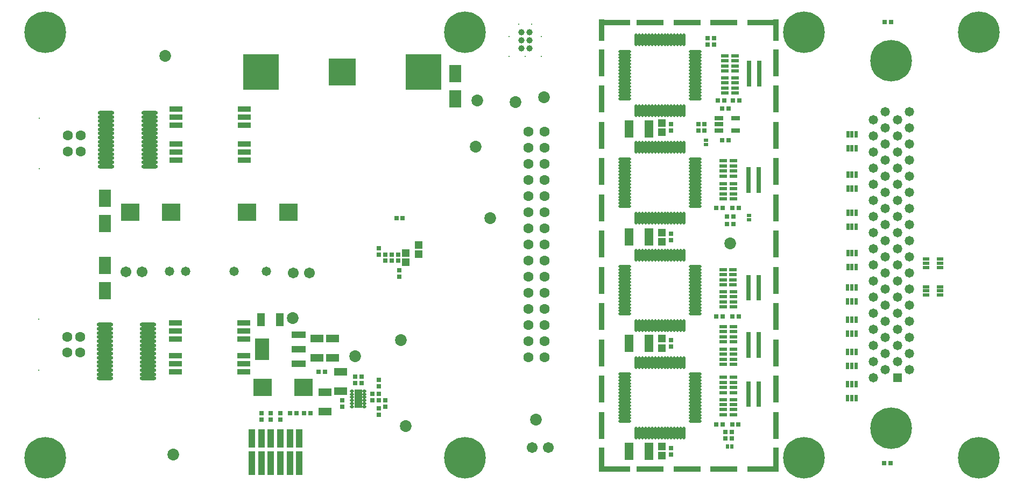
<source format=gbs>
G04 Layer_Color=16711935*
%FSLAX25Y25*%
%MOIN*%
G70*
G01*
G75*
%ADD90R,0.07493X0.10642*%
%ADD91R,0.02768X0.03162*%
%ADD92R,0.03162X0.02768*%
%ADD94R,0.04737X0.07887*%
%ADD95R,0.04540X0.04540*%
%ADD104R,0.04343X0.02375*%
%ADD109C,0.03900*%
%ADD110C,0.25800*%
%ADD111C,0.00800*%
%ADD112C,0.06312*%
%ADD113C,0.06706*%
%ADD114C,0.06300*%
%ADD115C,0.05800*%
%ADD116C,0.07300*%
%ADD117R,0.05800X0.05800*%
%ADD118R,0.00800X0.00800*%
%ADD119R,0.22453X0.22453*%
%ADD120R,0.16548X0.16548*%
%ADD121R,0.03162X0.02375*%
%ADD122R,0.02375X0.03162*%
%ADD123R,0.11706X0.10839*%
%ADD124R,0.08320X0.03792*%
%ADD125O,0.10249X0.02572*%
%ADD126R,0.02375X0.04343*%
%ADD127O,0.01981X0.07887*%
%ADD128O,0.07887X0.01981*%
%ADD129R,0.07887X0.04737*%
%ADD130R,0.04737X0.02375*%
%ADD131R,0.03162X0.01981*%
%ADD132R,0.05524X0.10642*%
%ADD133R,0.04147X0.14776*%
%ADD134R,0.04147X0.11233*%
%ADD135R,0.03800X0.13300*%
%ADD136R,0.19800X0.03800*%
%ADD137R,0.16700X0.03800*%
%ADD138R,0.03800X0.16800*%
%ADD139R,0.09068X0.04343*%
%ADD140R,0.09068X0.13398*%
%ADD141R,0.05721X0.02768*%
G04:AMPARAMS|DCode=142|XSize=27.68mil|YSize=17.84mil|CornerRadius=6.46mil|HoleSize=0mil|Usage=FLASHONLY|Rotation=180.000|XOffset=0mil|YOffset=0mil|HoleType=Round|Shape=RoundedRectangle|*
%AMROUNDEDRECTD142*
21,1,0.02768,0.00492,0,0,180.0*
21,1,0.01476,0.01784,0,0,180.0*
1,1,0.01292,-0.00738,0.00246*
1,1,0.01292,0.00738,0.00246*
1,1,0.01292,0.00738,-0.00246*
1,1,0.01292,-0.00738,-0.00246*
%
%ADD142ROUNDEDRECTD142*%
%ADD143R,0.04737X0.11233*%
D90*
X269685Y238189D02*
D03*
Y253937D02*
D03*
X52756Y119291D02*
D03*
Y135039D02*
D03*
Y161024D02*
D03*
Y176772D02*
D03*
D91*
X403543Y222441D02*
D03*
Y218504D02*
D03*
Y154528D02*
D03*
Y150591D02*
D03*
Y88583D02*
D03*
Y84646D02*
D03*
Y21654D02*
D03*
Y17717D02*
D03*
X420276Y218504D02*
D03*
Y222441D02*
D03*
X430000Y271963D02*
D03*
Y275900D02*
D03*
X199803Y51181D02*
D03*
Y47244D02*
D03*
X222441Y51181D02*
D03*
Y55118D02*
D03*
X218504D02*
D03*
Y51181D02*
D03*
X230315Y137795D02*
D03*
Y141732D02*
D03*
X234252Y137795D02*
D03*
Y141732D02*
D03*
X222441Y145669D02*
D03*
Y141732D02*
D03*
X235236Y131890D02*
D03*
Y127953D02*
D03*
X161417Y43307D02*
D03*
Y39370D02*
D03*
X155512Y43307D02*
D03*
Y39370D02*
D03*
X149606Y43307D02*
D03*
Y39370D02*
D03*
X424213Y218504D02*
D03*
Y222441D02*
D03*
X426200Y275937D02*
D03*
Y272000D02*
D03*
X222441Y46260D02*
D03*
Y42323D02*
D03*
X226378Y47244D02*
D03*
Y51181D02*
D03*
X222441Y63976D02*
D03*
Y60039D02*
D03*
X226378Y141732D02*
D03*
Y137795D02*
D03*
D92*
X445200Y36400D02*
D03*
X441263D02*
D03*
X445300Y103300D02*
D03*
X441363D02*
D03*
X445500Y170500D02*
D03*
X441563D02*
D03*
X445837Y237200D02*
D03*
X441900D02*
D03*
X431563Y36400D02*
D03*
X435500D02*
D03*
X431563Y103300D02*
D03*
X435500D02*
D03*
X431563Y170500D02*
D03*
X435500D02*
D03*
X432563Y237200D02*
D03*
X436500D02*
D03*
X438000Y160600D02*
D03*
X441937D02*
D03*
X435039Y232283D02*
D03*
X438976D02*
D03*
X435039Y212598D02*
D03*
X438976D02*
D03*
X440945Y31496D02*
D03*
X437008D02*
D03*
X211614Y65945D02*
D03*
X207677D02*
D03*
X233268Y164370D02*
D03*
X237205D02*
D03*
X539764Y285827D02*
D03*
X535827D02*
D03*
X539370Y12205D02*
D03*
X535433D02*
D03*
X441929Y165354D02*
D03*
X437992D02*
D03*
X440945Y27559D02*
D03*
X437008D02*
D03*
X171260Y43307D02*
D03*
X167323D02*
D03*
X180118D02*
D03*
X176181D02*
D03*
X188976Y68898D02*
D03*
X185039D02*
D03*
X211614Y62008D02*
D03*
X207677D02*
D03*
D94*
X161205Y101300D02*
D03*
X149395D02*
D03*
D95*
X397638Y223425D02*
D03*
Y217717D02*
D03*
Y155413D02*
D03*
Y149705D02*
D03*
Y89468D02*
D03*
Y83760D02*
D03*
Y22539D02*
D03*
Y16831D02*
D03*
X239173Y136909D02*
D03*
Y142618D02*
D03*
X247047Y141831D02*
D03*
Y147539D02*
D03*
D104*
X569917Y121713D02*
D03*
Y119153D02*
D03*
Y116595D02*
D03*
X561256D02*
D03*
Y119153D02*
D03*
Y121713D02*
D03*
Y138839D02*
D03*
Y136279D02*
D03*
Y133721D02*
D03*
X569917D02*
D03*
Y136279D02*
D03*
Y138839D02*
D03*
D109*
X310600Y279500D02*
D03*
Y274500D02*
D03*
X315600Y279500D02*
D03*
Y274500D02*
D03*
X310600Y269500D02*
D03*
X315600D02*
D03*
D110*
X15748Y279528D02*
D03*
Y15748D02*
D03*
X275590Y279528D02*
D03*
Y15748D02*
D03*
X594095D02*
D03*
Y279528D02*
D03*
X485728D02*
D03*
Y15748D02*
D03*
X539901Y261976D02*
D03*
Y33776D02*
D03*
D111*
X12205Y194882D02*
D03*
Y226378D02*
D03*
X11811Y70079D02*
D03*
Y101575D02*
D03*
D112*
X29882Y215551D02*
D03*
Y205709D02*
D03*
X37756D02*
D03*
Y215551D02*
D03*
X29488Y90748D02*
D03*
Y80905D02*
D03*
X37362D02*
D03*
Y90748D02*
D03*
D113*
X179400Y130400D02*
D03*
X169400D02*
D03*
X75600Y131000D02*
D03*
X65600D02*
D03*
X327300Y21800D02*
D03*
X317300D02*
D03*
D114*
X314961Y77795D02*
D03*
X324961D02*
D03*
X314961Y87795D02*
D03*
X324961D02*
D03*
X314961Y97795D02*
D03*
X324961D02*
D03*
X314961Y107795D02*
D03*
X324961D02*
D03*
X314961Y117795D02*
D03*
X324961D02*
D03*
X314961Y127795D02*
D03*
X324961D02*
D03*
X314961Y137795D02*
D03*
X324961D02*
D03*
X314961Y147795D02*
D03*
X324961D02*
D03*
X314961Y157795D02*
D03*
X324961D02*
D03*
X314961Y167795D02*
D03*
X324961D02*
D03*
X314961Y177795D02*
D03*
X324961D02*
D03*
X314961Y187795D02*
D03*
X324961D02*
D03*
X314961Y197795D02*
D03*
X324961D02*
D03*
X314961Y207795D02*
D03*
X324961D02*
D03*
X314961Y217795D02*
D03*
X324961D02*
D03*
D115*
X92600Y131200D02*
D03*
X102600D02*
D03*
X132600D02*
D03*
X152600D02*
D03*
X551201Y70276D02*
D03*
X543701Y75276D02*
D03*
X551201Y80276D02*
D03*
X543701Y85276D02*
D03*
X551201Y90276D02*
D03*
X543701Y95276D02*
D03*
X551201Y100276D02*
D03*
X543701Y105276D02*
D03*
X551201Y110276D02*
D03*
X543701Y115276D02*
D03*
X551201Y120276D02*
D03*
X543701Y125276D02*
D03*
X551201Y130276D02*
D03*
X543701Y135276D02*
D03*
X551201Y140276D02*
D03*
X543701Y145276D02*
D03*
X551201Y150276D02*
D03*
X543701Y155276D02*
D03*
X551201Y160276D02*
D03*
X543701Y165276D02*
D03*
X551201Y170276D02*
D03*
X543701Y175276D02*
D03*
X551201Y180276D02*
D03*
X543701Y185276D02*
D03*
X551201Y190276D02*
D03*
X543701Y195276D02*
D03*
X551201Y200276D02*
D03*
X543701Y205276D02*
D03*
X551201Y210276D02*
D03*
X543701Y215276D02*
D03*
X551201Y220276D02*
D03*
X543701Y225276D02*
D03*
X551201Y230276D02*
D03*
X528701Y65276D02*
D03*
X536201Y70276D02*
D03*
X528701Y75276D02*
D03*
X536201Y80276D02*
D03*
X528701Y85276D02*
D03*
X536201Y90276D02*
D03*
X528701Y95276D02*
D03*
X536201Y100276D02*
D03*
X528701Y105276D02*
D03*
X536201Y110276D02*
D03*
X528701Y115276D02*
D03*
X536201Y120276D02*
D03*
X528701Y125276D02*
D03*
X536201Y130276D02*
D03*
X528701Y135276D02*
D03*
X536201Y140276D02*
D03*
X528701Y145276D02*
D03*
X536201Y150276D02*
D03*
X528701Y155276D02*
D03*
X536201Y160276D02*
D03*
X528701Y165276D02*
D03*
X536201Y170276D02*
D03*
X528701Y175276D02*
D03*
X536201Y180276D02*
D03*
X528701Y185276D02*
D03*
X536201Y190276D02*
D03*
X528701Y195276D02*
D03*
X536201Y200276D02*
D03*
X528701Y205276D02*
D03*
X536201Y210276D02*
D03*
X528701Y215276D02*
D03*
X536201Y220276D02*
D03*
X528701Y225276D02*
D03*
X536201Y230276D02*
D03*
D116*
X169100Y102300D02*
D03*
X207677Y78740D02*
D03*
X236221Y88583D02*
D03*
X307087Y236221D02*
D03*
X324700Y239400D02*
D03*
X319882Y39370D02*
D03*
X282480Y208661D02*
D03*
X440100Y148500D02*
D03*
X291339Y164370D02*
D03*
X283465Y237205D02*
D03*
X95000Y17500D02*
D03*
X90000Y265000D02*
D03*
X239173Y35433D02*
D03*
D117*
X543701Y65276D02*
D03*
D118*
X313100Y264500D02*
D03*
X309100Y284500D02*
D03*
X317100D02*
D03*
X303100Y264500D02*
D03*
Y277000D02*
D03*
X323100Y264500D02*
D03*
Y277000D02*
D03*
D119*
X149409Y254921D02*
D03*
X250197D02*
D03*
D120*
X199803D02*
D03*
D121*
X451772Y165945D02*
D03*
Y163386D02*
D03*
X425197Y212598D02*
D03*
Y210039D02*
D03*
D122*
X438386Y22638D02*
D03*
X440945D02*
D03*
D123*
X93900Y167900D02*
D03*
X68546D02*
D03*
X140900Y168000D02*
D03*
X166254D02*
D03*
X175754Y59200D02*
D03*
X150400D02*
D03*
D124*
X96457Y89410D02*
D03*
Y94410D02*
D03*
Y99410D02*
D03*
X138740D02*
D03*
Y94410D02*
D03*
Y89410D02*
D03*
X138976Y210236D02*
D03*
Y205236D02*
D03*
Y200236D02*
D03*
X96693D02*
D03*
Y205236D02*
D03*
Y210236D02*
D03*
X138740Y78898D02*
D03*
Y73898D02*
D03*
Y68898D02*
D03*
X96457D02*
D03*
Y73898D02*
D03*
Y78898D02*
D03*
X96693Y222047D02*
D03*
Y227047D02*
D03*
Y232047D02*
D03*
X138976D02*
D03*
Y227047D02*
D03*
Y222047D02*
D03*
D125*
X52756Y64862D02*
D03*
Y67421D02*
D03*
Y69980D02*
D03*
Y72539D02*
D03*
Y75098D02*
D03*
Y77658D02*
D03*
Y80216D02*
D03*
Y82776D02*
D03*
Y85335D02*
D03*
Y87894D02*
D03*
Y90453D02*
D03*
Y93012D02*
D03*
Y95571D02*
D03*
Y98130D02*
D03*
X79527Y64862D02*
D03*
Y67421D02*
D03*
Y69980D02*
D03*
Y72539D02*
D03*
Y75098D02*
D03*
Y77658D02*
D03*
Y80216D02*
D03*
Y82776D02*
D03*
Y85335D02*
D03*
Y87894D02*
D03*
Y90453D02*
D03*
Y93012D02*
D03*
Y95571D02*
D03*
Y98130D02*
D03*
X53543Y196358D02*
D03*
Y198917D02*
D03*
Y201476D02*
D03*
Y204035D02*
D03*
Y206594D02*
D03*
Y209154D02*
D03*
Y211713D02*
D03*
Y214272D02*
D03*
Y216831D02*
D03*
Y219390D02*
D03*
Y221949D02*
D03*
Y224508D02*
D03*
Y227067D02*
D03*
Y229626D02*
D03*
X80315Y196358D02*
D03*
Y198917D02*
D03*
Y201476D02*
D03*
Y204035D02*
D03*
Y206594D02*
D03*
Y209154D02*
D03*
Y211713D02*
D03*
Y214272D02*
D03*
Y216831D02*
D03*
Y219390D02*
D03*
Y221949D02*
D03*
Y224508D02*
D03*
Y227067D02*
D03*
Y229626D02*
D03*
D126*
X512815Y61417D02*
D03*
X515374D02*
D03*
X517933D02*
D03*
Y52756D02*
D03*
X515374D02*
D03*
X512815D02*
D03*
Y92756D02*
D03*
X515374D02*
D03*
X517933D02*
D03*
Y101417D02*
D03*
X515374D02*
D03*
X512815D02*
D03*
X512933Y142756D02*
D03*
X515492D02*
D03*
X518051D02*
D03*
Y134095D02*
D03*
X515492D02*
D03*
X512933D02*
D03*
Y182756D02*
D03*
X515492D02*
D03*
X518051D02*
D03*
Y191417D02*
D03*
X515492D02*
D03*
X512933D02*
D03*
X512815Y81417D02*
D03*
X515374D02*
D03*
X517933D02*
D03*
Y72756D02*
D03*
X515374D02*
D03*
X512815D02*
D03*
Y112756D02*
D03*
X515374D02*
D03*
X517933D02*
D03*
Y121417D02*
D03*
X515374D02*
D03*
X512815D02*
D03*
X512933Y167756D02*
D03*
X515492D02*
D03*
X518051D02*
D03*
Y159095D02*
D03*
X515492D02*
D03*
X512933D02*
D03*
Y207756D02*
D03*
X515492D02*
D03*
X518051D02*
D03*
Y216417D02*
D03*
X515492D02*
D03*
X512933D02*
D03*
D127*
X411417Y141438D02*
D03*
X409449D02*
D03*
X407480D02*
D03*
X405512D02*
D03*
X403543D02*
D03*
X401575D02*
D03*
X399606D02*
D03*
X397638D02*
D03*
X395669D02*
D03*
X393701D02*
D03*
X391732D02*
D03*
X389764D02*
D03*
X387795D02*
D03*
X385827D02*
D03*
X383858D02*
D03*
X381890D02*
D03*
Y97737D02*
D03*
X383858D02*
D03*
X385827D02*
D03*
X387795D02*
D03*
X389764D02*
D03*
X391732D02*
D03*
X393701D02*
D03*
X395669D02*
D03*
X397638D02*
D03*
X399606D02*
D03*
X401575D02*
D03*
X403543D02*
D03*
X405512D02*
D03*
X407480D02*
D03*
X409449D02*
D03*
X411417D02*
D03*
Y208121D02*
D03*
X409449D02*
D03*
X407480D02*
D03*
X405512D02*
D03*
X403543D02*
D03*
X401575D02*
D03*
X399606D02*
D03*
X397638D02*
D03*
X395669D02*
D03*
X393701D02*
D03*
X391732D02*
D03*
X389764D02*
D03*
X387795D02*
D03*
X385827D02*
D03*
X383858D02*
D03*
X381890D02*
D03*
Y164420D02*
D03*
X383858D02*
D03*
X385827D02*
D03*
X387795D02*
D03*
X389764D02*
D03*
X391732D02*
D03*
X393701D02*
D03*
X395669D02*
D03*
X397638D02*
D03*
X399606D02*
D03*
X401575D02*
D03*
X403543D02*
D03*
X405512D02*
D03*
X407480D02*
D03*
X409449D02*
D03*
X411417D02*
D03*
Y274803D02*
D03*
X409449D02*
D03*
X407480D02*
D03*
X405512D02*
D03*
X403543D02*
D03*
X401575D02*
D03*
X399606D02*
D03*
X397638D02*
D03*
X395669D02*
D03*
X393701D02*
D03*
X391732D02*
D03*
X389764D02*
D03*
X387795D02*
D03*
X385827D02*
D03*
X383858D02*
D03*
X381890D02*
D03*
Y231102D02*
D03*
X383858D02*
D03*
X385827D02*
D03*
X387795D02*
D03*
X389764D02*
D03*
X391732D02*
D03*
X393701D02*
D03*
X395669D02*
D03*
X397638D02*
D03*
X399606D02*
D03*
X401575D02*
D03*
X403543D02*
D03*
X405512D02*
D03*
X407480D02*
D03*
X409449D02*
D03*
X411417D02*
D03*
Y74756D02*
D03*
X409449D02*
D03*
X407480D02*
D03*
X405512D02*
D03*
X403543D02*
D03*
X401575D02*
D03*
X399606D02*
D03*
X397638D02*
D03*
X395669D02*
D03*
X393701D02*
D03*
X391732D02*
D03*
X389764D02*
D03*
X387795D02*
D03*
X385827D02*
D03*
X383858D02*
D03*
X381890D02*
D03*
Y31055D02*
D03*
X383858D02*
D03*
X385827D02*
D03*
X387795D02*
D03*
X389764D02*
D03*
X391732D02*
D03*
X393701D02*
D03*
X395669D02*
D03*
X397638D02*
D03*
X399606D02*
D03*
X401575D02*
D03*
X403543D02*
D03*
X405512D02*
D03*
X407480D02*
D03*
X409449D02*
D03*
X411417D02*
D03*
D128*
X374803Y134352D02*
D03*
Y132383D02*
D03*
Y130415D02*
D03*
Y128446D02*
D03*
Y126478D02*
D03*
Y124509D02*
D03*
Y122541D02*
D03*
Y120572D02*
D03*
Y118604D02*
D03*
Y116635D02*
D03*
Y114667D02*
D03*
Y112698D02*
D03*
Y110730D02*
D03*
Y108761D02*
D03*
Y106793D02*
D03*
Y104824D02*
D03*
X418504D02*
D03*
Y106793D02*
D03*
Y108761D02*
D03*
Y110730D02*
D03*
Y112698D02*
D03*
Y114667D02*
D03*
Y116635D02*
D03*
Y118604D02*
D03*
Y120572D02*
D03*
Y122541D02*
D03*
Y124509D02*
D03*
Y126478D02*
D03*
Y128446D02*
D03*
Y130415D02*
D03*
Y132383D02*
D03*
Y134352D02*
D03*
X374803Y201034D02*
D03*
Y199066D02*
D03*
Y197097D02*
D03*
Y195129D02*
D03*
Y193160D02*
D03*
Y191192D02*
D03*
Y189223D02*
D03*
Y187255D02*
D03*
Y185286D02*
D03*
Y183318D02*
D03*
Y181349D02*
D03*
Y179381D02*
D03*
Y177412D02*
D03*
Y175444D02*
D03*
Y173475D02*
D03*
Y171507D02*
D03*
X418504D02*
D03*
Y173475D02*
D03*
Y175444D02*
D03*
Y177412D02*
D03*
Y179381D02*
D03*
Y181349D02*
D03*
Y183318D02*
D03*
Y185286D02*
D03*
Y187255D02*
D03*
Y189223D02*
D03*
Y191192D02*
D03*
Y193160D02*
D03*
Y195129D02*
D03*
Y197097D02*
D03*
Y199066D02*
D03*
Y201034D02*
D03*
X374803Y267717D02*
D03*
Y265748D02*
D03*
Y263780D02*
D03*
Y261811D02*
D03*
Y259842D02*
D03*
Y257874D02*
D03*
Y255906D02*
D03*
Y253937D02*
D03*
Y251969D02*
D03*
Y250000D02*
D03*
Y248031D02*
D03*
Y246063D02*
D03*
Y244094D02*
D03*
Y242126D02*
D03*
Y240158D02*
D03*
Y238189D02*
D03*
X418504D02*
D03*
Y240158D02*
D03*
Y242126D02*
D03*
Y244094D02*
D03*
Y246063D02*
D03*
Y248031D02*
D03*
Y250000D02*
D03*
Y251969D02*
D03*
Y253937D02*
D03*
Y255906D02*
D03*
Y257874D02*
D03*
Y259842D02*
D03*
Y261811D02*
D03*
Y263780D02*
D03*
Y265748D02*
D03*
Y267717D02*
D03*
X374803Y67669D02*
D03*
Y65701D02*
D03*
Y63732D02*
D03*
Y61764D02*
D03*
Y59795D02*
D03*
Y57827D02*
D03*
Y55858D02*
D03*
Y53890D02*
D03*
Y51921D02*
D03*
Y49953D02*
D03*
Y47984D02*
D03*
Y46016D02*
D03*
Y44047D02*
D03*
Y42079D02*
D03*
Y40110D02*
D03*
Y38142D02*
D03*
X418504D02*
D03*
Y40110D02*
D03*
Y42079D02*
D03*
Y44047D02*
D03*
Y46016D02*
D03*
Y47984D02*
D03*
Y49953D02*
D03*
Y51921D02*
D03*
Y53890D02*
D03*
Y55858D02*
D03*
Y57827D02*
D03*
Y59795D02*
D03*
Y61764D02*
D03*
Y63732D02*
D03*
Y65701D02*
D03*
Y67669D02*
D03*
D129*
X188976Y44391D02*
D03*
Y56202D02*
D03*
X184055Y89467D02*
D03*
Y77656D02*
D03*
X193898Y89467D02*
D03*
Y77656D02*
D03*
X198819Y56987D02*
D03*
Y68798D02*
D03*
D130*
X435630Y185630D02*
D03*
Y182480D02*
D03*
Y179331D02*
D03*
Y176181D02*
D03*
X441929Y185630D02*
D03*
Y182480D02*
D03*
Y179331D02*
D03*
Y176181D02*
D03*
X435630Y118701D02*
D03*
Y115551D02*
D03*
Y112402D02*
D03*
Y109252D02*
D03*
X441929Y118701D02*
D03*
Y115551D02*
D03*
Y112402D02*
D03*
Y109252D02*
D03*
X435630Y51772D02*
D03*
Y48622D02*
D03*
Y45472D02*
D03*
Y42323D02*
D03*
X441929Y51772D02*
D03*
Y48622D02*
D03*
Y45472D02*
D03*
Y42323D02*
D03*
X436614Y264961D02*
D03*
Y261811D02*
D03*
Y258661D02*
D03*
Y255512D02*
D03*
X442913Y264961D02*
D03*
Y261811D02*
D03*
Y258661D02*
D03*
Y255512D02*
D03*
X435630Y199803D02*
D03*
Y196653D02*
D03*
Y193504D02*
D03*
Y190354D02*
D03*
X441929Y199803D02*
D03*
Y196653D02*
D03*
Y193504D02*
D03*
Y190354D02*
D03*
X435600Y132400D02*
D03*
Y129250D02*
D03*
Y126101D02*
D03*
Y122951D02*
D03*
X441899Y132400D02*
D03*
Y129250D02*
D03*
Y126101D02*
D03*
Y122951D02*
D03*
X435630Y65551D02*
D03*
Y62402D02*
D03*
Y59252D02*
D03*
Y56102D02*
D03*
X441929Y65551D02*
D03*
Y62402D02*
D03*
Y59252D02*
D03*
Y56102D02*
D03*
X435630Y97047D02*
D03*
Y93898D02*
D03*
Y90748D02*
D03*
Y87598D02*
D03*
X441929Y97047D02*
D03*
Y93898D02*
D03*
Y90748D02*
D03*
Y87598D02*
D03*
X435630Y83071D02*
D03*
Y79921D02*
D03*
Y76772D02*
D03*
Y73622D02*
D03*
X441929Y83071D02*
D03*
Y79921D02*
D03*
Y76772D02*
D03*
Y73622D02*
D03*
X436614Y251378D02*
D03*
Y248228D02*
D03*
Y245079D02*
D03*
Y241929D02*
D03*
X442913Y251378D02*
D03*
Y248228D02*
D03*
Y245079D02*
D03*
Y241929D02*
D03*
D131*
X451378Y194882D02*
D03*
Y192913D02*
D03*
Y190945D02*
D03*
Y188976D02*
D03*
Y187008D02*
D03*
Y185039D02*
D03*
Y183071D02*
D03*
Y181102D02*
D03*
X457677Y194882D02*
D03*
Y192913D02*
D03*
Y190945D02*
D03*
Y188976D02*
D03*
Y187008D02*
D03*
Y185039D02*
D03*
Y183071D02*
D03*
Y181102D02*
D03*
Y114173D02*
D03*
Y116142D02*
D03*
Y118110D02*
D03*
Y120079D02*
D03*
Y122047D02*
D03*
Y124016D02*
D03*
Y125984D02*
D03*
Y127953D02*
D03*
X451378Y114173D02*
D03*
Y116142D02*
D03*
Y118110D02*
D03*
Y120079D02*
D03*
Y122047D02*
D03*
Y124016D02*
D03*
Y125984D02*
D03*
Y127953D02*
D03*
Y62008D02*
D03*
Y60039D02*
D03*
Y58071D02*
D03*
Y56102D02*
D03*
Y54134D02*
D03*
Y52165D02*
D03*
Y50197D02*
D03*
Y48228D02*
D03*
X457677Y62008D02*
D03*
Y60039D02*
D03*
Y58071D02*
D03*
Y56102D02*
D03*
Y54134D02*
D03*
Y52165D02*
D03*
Y50197D02*
D03*
Y48228D02*
D03*
Y78740D02*
D03*
Y80709D02*
D03*
Y82677D02*
D03*
Y84646D02*
D03*
Y86614D02*
D03*
Y88583D02*
D03*
Y90551D02*
D03*
Y92520D02*
D03*
X451378Y78740D02*
D03*
Y80709D02*
D03*
Y82677D02*
D03*
Y84646D02*
D03*
Y86614D02*
D03*
Y88583D02*
D03*
Y90551D02*
D03*
Y92520D02*
D03*
X458071Y247047D02*
D03*
Y249016D02*
D03*
Y250984D02*
D03*
Y252953D02*
D03*
Y254921D02*
D03*
Y256890D02*
D03*
Y258858D02*
D03*
Y260827D02*
D03*
X451772Y247047D02*
D03*
Y249016D02*
D03*
Y250984D02*
D03*
Y252953D02*
D03*
Y254921D02*
D03*
Y256890D02*
D03*
Y258858D02*
D03*
Y260827D02*
D03*
D132*
X377559Y152559D02*
D03*
X389764D02*
D03*
X377559Y86614D02*
D03*
X389764D02*
D03*
X377559Y19685D02*
D03*
X389764D02*
D03*
X377559Y219488D02*
D03*
X389764D02*
D03*
D133*
X143701Y12159D02*
D03*
X149606D02*
D03*
X155512D02*
D03*
X161417D02*
D03*
X167323D02*
D03*
X173228D02*
D03*
D134*
X143701Y27559D02*
D03*
X149606D02*
D03*
X155512D02*
D03*
X161417D02*
D03*
X167323D02*
D03*
X173228D02*
D03*
D135*
X468504Y280830D02*
D03*
X360304D02*
D03*
Y15130D02*
D03*
X468504D02*
D03*
D136*
X460504Y285630D02*
D03*
X368304D02*
D03*
Y8630D02*
D03*
X460504D02*
D03*
D137*
X390404Y285630D02*
D03*
X413304D02*
D03*
X436204D02*
D03*
X390504Y8630D02*
D03*
X413304D02*
D03*
X436204D02*
D03*
D138*
X360304Y260630D02*
D03*
Y238130D02*
D03*
Y215630D02*
D03*
Y193130D02*
D03*
Y170630D02*
D03*
Y148130D02*
D03*
Y125630D02*
D03*
Y103130D02*
D03*
Y80630D02*
D03*
Y58130D02*
D03*
Y35630D02*
D03*
X468504Y260630D02*
D03*
Y238130D02*
D03*
Y215630D02*
D03*
Y193130D02*
D03*
Y170630D02*
D03*
Y148130D02*
D03*
Y125630D02*
D03*
Y103130D02*
D03*
Y80630D02*
D03*
Y58130D02*
D03*
Y35630D02*
D03*
D139*
X172620Y91955D02*
D03*
Y82900D02*
D03*
Y73845D02*
D03*
D140*
X150180Y82900D02*
D03*
D141*
X433071Y218701D02*
D03*
Y222441D02*
D03*
Y226181D02*
D03*
X443386Y218701D02*
D03*
Y226181D02*
D03*
D142*
X205905Y47213D02*
D03*
Y49181D02*
D03*
Y51150D02*
D03*
Y53118D02*
D03*
Y55087D02*
D03*
Y57055D02*
D03*
X213386D02*
D03*
Y55087D02*
D03*
Y53118D02*
D03*
Y51150D02*
D03*
Y49181D02*
D03*
Y47213D02*
D03*
D143*
X209646Y52165D02*
D03*
M02*

</source>
